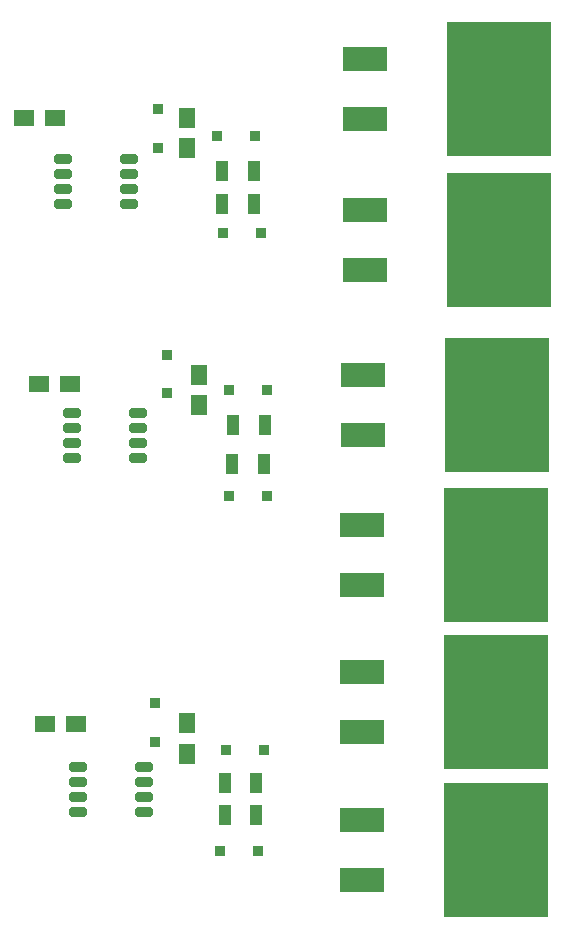
<source format=gtp>
G04 Layer_Color=8421504*
%FSLAX44Y44*%
%MOMM*%
G71*
G01*
G75*
%ADD10R,1.7500X1.3500*%
%ADD11R,1.3500X1.7500*%
%ADD12R,0.9500X0.9500*%
G04:AMPARAMS|DCode=13|XSize=0.802mm|YSize=1.505mm|CornerRadius=0.2005mm|HoleSize=0mm|Usage=FLASHONLY|Rotation=90.000|XOffset=0mm|YOffset=0mm|HoleType=Round|Shape=RoundedRectangle|*
%AMROUNDEDRECTD13*
21,1,0.8020,1.1040,0,0,90.0*
21,1,0.4010,1.5050,0,0,90.0*
1,1,0.4010,0.5520,0.2005*
1,1,0.4010,0.5520,-0.2005*
1,1,0.4010,-0.5520,-0.2005*
1,1,0.4010,-0.5520,0.2005*
%
%ADD13ROUNDEDRECTD13*%
%ADD14R,0.9500X0.9500*%
%ADD15R,1.1000X1.7000*%
%ADD16R,8.8900X11.4300*%
%ADD17R,3.8100X2.0800*%
D10*
X143000Y475000D02*
D03*
X117000D02*
D03*
X148000Y187500D02*
D03*
X122000D02*
D03*
X130000Y700000D02*
D03*
X104000D02*
D03*
D11*
X242500Y162000D02*
D03*
Y188000D02*
D03*
Y674500D02*
D03*
Y700500D02*
D03*
X252500Y457000D02*
D03*
Y483000D02*
D03*
D12*
X307500Y165000D02*
D03*
X274840D02*
D03*
X300160Y685000D02*
D03*
X267500D02*
D03*
X305160Y602500D02*
D03*
X272500D02*
D03*
X310000Y470000D02*
D03*
X277340D02*
D03*
X310160Y380000D02*
D03*
X277500D02*
D03*
X302500Y80000D02*
D03*
X269840D02*
D03*
D13*
X200620Y450400D02*
D03*
Y437700D02*
D03*
Y412300D02*
D03*
Y425000D02*
D03*
X145000D02*
D03*
Y412300D02*
D03*
Y437700D02*
D03*
Y450400D02*
D03*
X205620Y150400D02*
D03*
Y137700D02*
D03*
Y112300D02*
D03*
Y125000D02*
D03*
X150000D02*
D03*
Y112300D02*
D03*
Y137700D02*
D03*
Y150400D02*
D03*
X193120Y665200D02*
D03*
Y652500D02*
D03*
Y627100D02*
D03*
Y639800D02*
D03*
X137500D02*
D03*
Y627100D02*
D03*
Y652500D02*
D03*
Y665200D02*
D03*
D14*
X217500Y707500D02*
D03*
Y674840D02*
D03*
X225000Y500000D02*
D03*
Y467340D02*
D03*
X215000Y205000D02*
D03*
Y172340D02*
D03*
D15*
X298500Y655000D02*
D03*
X271500D02*
D03*
X298500Y627500D02*
D03*
X271500D02*
D03*
X307500Y407500D02*
D03*
X280500D02*
D03*
X308500Y440000D02*
D03*
X281500D02*
D03*
X301000Y137500D02*
D03*
X274000D02*
D03*
X301000Y110000D02*
D03*
X274000D02*
D03*
D16*
X506700Y724600D02*
D03*
Y597100D02*
D03*
X505000Y457500D02*
D03*
X504200Y330400D02*
D03*
Y205400D02*
D03*
Y80400D02*
D03*
D17*
X392500Y750000D02*
D03*
Y699200D02*
D03*
Y622500D02*
D03*
Y571700D02*
D03*
X390800Y482900D02*
D03*
Y432100D02*
D03*
X390000Y355800D02*
D03*
Y305000D02*
D03*
Y230800D02*
D03*
Y180000D02*
D03*
Y105800D02*
D03*
Y55000D02*
D03*
M02*

</source>
